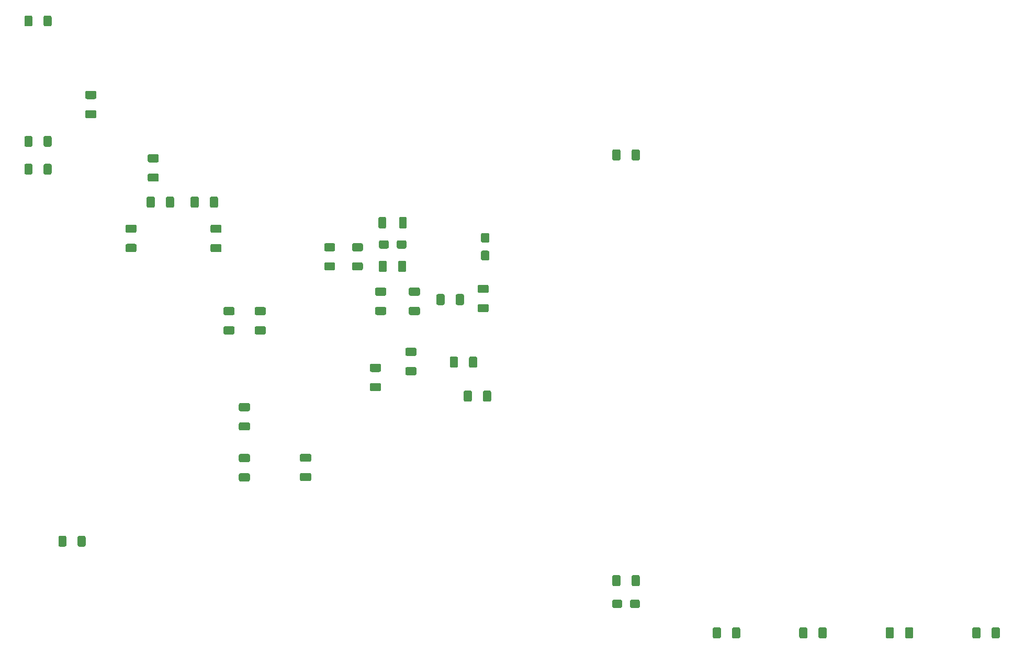
<source format=gbr>
%TF.GenerationSoftware,KiCad,Pcbnew,(5.1.7)-1*%
%TF.CreationDate,2021-04-16T09:21:30+09:00*%
%TF.ProjectId,EEG_Ver1.0A,4545475f-5665-4723-912e-30412e6b6963,Ver1.0A*%
%TF.SameCoordinates,Original*%
%TF.FileFunction,Paste,Bot*%
%TF.FilePolarity,Positive*%
%FSLAX46Y46*%
G04 Gerber Fmt 4.6, Leading zero omitted, Abs format (unit mm)*
G04 Created by KiCad (PCBNEW (5.1.7)-1) date 2021-04-16 09:21:30*
%MOMM*%
%LPD*%
G01*
G04 APERTURE LIST*
G04 APERTURE END LIST*
%TO.C,C6*%
G36*
G01*
X194000000Y-137449999D02*
X194000000Y-138750001D01*
G75*
G02*
X193750001Y-139000000I-249999J0D01*
G01*
X192924999Y-139000000D01*
G75*
G02*
X192675000Y-138750001I0J249999D01*
G01*
X192675000Y-137449999D01*
G75*
G02*
X192924999Y-137200000I249999J0D01*
G01*
X193750001Y-137200000D01*
G75*
G02*
X194000000Y-137449999I0J-249999D01*
G01*
G37*
G36*
G01*
X197125000Y-137449999D02*
X197125000Y-138750001D01*
G75*
G02*
X196875001Y-139000000I-249999J0D01*
G01*
X196049999Y-139000000D01*
G75*
G02*
X195800000Y-138750001I0J249999D01*
G01*
X195800000Y-137449999D01*
G75*
G02*
X196049999Y-137200000I249999J0D01*
G01*
X196875001Y-137200000D01*
G75*
G02*
X197125000Y-137449999I0J-249999D01*
G01*
G37*
%TD*%
%TO.C,C7*%
G36*
G01*
X208000000Y-137449999D02*
X208000000Y-138750001D01*
G75*
G02*
X207750001Y-139000000I-249999J0D01*
G01*
X206924999Y-139000000D01*
G75*
G02*
X206675000Y-138750001I0J249999D01*
G01*
X206675000Y-137449999D01*
G75*
G02*
X206924999Y-137200000I249999J0D01*
G01*
X207750001Y-137200000D01*
G75*
G02*
X208000000Y-137449999I0J-249999D01*
G01*
G37*
G36*
G01*
X211125000Y-137449999D02*
X211125000Y-138750001D01*
G75*
G02*
X210875001Y-139000000I-249999J0D01*
G01*
X210049999Y-139000000D01*
G75*
G02*
X209800000Y-138750001I0J249999D01*
G01*
X209800000Y-137449999D01*
G75*
G02*
X210049999Y-137200000I249999J0D01*
G01*
X210875001Y-137200000D01*
G75*
G02*
X211125000Y-137449999I0J-249999D01*
G01*
G37*
%TD*%
%TO.C,C8*%
G36*
G01*
X222000000Y-137449999D02*
X222000000Y-138750001D01*
G75*
G02*
X221750001Y-139000000I-249999J0D01*
G01*
X220924999Y-139000000D01*
G75*
G02*
X220675000Y-138750001I0J249999D01*
G01*
X220675000Y-137449999D01*
G75*
G02*
X220924999Y-137200000I249999J0D01*
G01*
X221750001Y-137200000D01*
G75*
G02*
X222000000Y-137449999I0J-249999D01*
G01*
G37*
G36*
G01*
X225125000Y-137449999D02*
X225125000Y-138750001D01*
G75*
G02*
X224875001Y-139000000I-249999J0D01*
G01*
X224049999Y-139000000D01*
G75*
G02*
X223800000Y-138750001I0J249999D01*
G01*
X223800000Y-137449999D01*
G75*
G02*
X224049999Y-137200000I249999J0D01*
G01*
X224875001Y-137200000D01*
G75*
G02*
X225125000Y-137449999I0J-249999D01*
G01*
G37*
%TD*%
%TO.C,C9*%
G36*
G01*
X239125000Y-137449999D02*
X239125000Y-138750001D01*
G75*
G02*
X238875001Y-139000000I-249999J0D01*
G01*
X238049999Y-139000000D01*
G75*
G02*
X237800000Y-138750001I0J249999D01*
G01*
X237800000Y-137449999D01*
G75*
G02*
X238049999Y-137200000I249999J0D01*
G01*
X238875001Y-137200000D01*
G75*
G02*
X239125000Y-137449999I0J-249999D01*
G01*
G37*
G36*
G01*
X236000000Y-137449999D02*
X236000000Y-138750001D01*
G75*
G02*
X235750001Y-139000000I-249999J0D01*
G01*
X234924999Y-139000000D01*
G75*
G02*
X234675000Y-138750001I0J249999D01*
G01*
X234675000Y-137449999D01*
G75*
G02*
X234924999Y-137200000I249999J0D01*
G01*
X235750001Y-137200000D01*
G75*
G02*
X236000000Y-137449999I0J-249999D01*
G01*
G37*
%TD*%
%TO.C,C11*%
G36*
G01*
X155424999Y-76200000D02*
X156275001Y-76200000D01*
G75*
G02*
X156525000Y-76449999I0J-249999D01*
G01*
X156525000Y-77525001D01*
G75*
G02*
X156275001Y-77775000I-249999J0D01*
G01*
X155424999Y-77775000D01*
G75*
G02*
X155175000Y-77525001I0J249999D01*
G01*
X155175000Y-76449999D01*
G75*
G02*
X155424999Y-76200000I249999J0D01*
G01*
G37*
G36*
G01*
X155424999Y-73325000D02*
X156275001Y-73325000D01*
G75*
G02*
X156525000Y-73574999I0J-249999D01*
G01*
X156525000Y-74650001D01*
G75*
G02*
X156275001Y-74900000I-249999J0D01*
G01*
X155424999Y-74900000D01*
G75*
G02*
X155175000Y-74650001I0J249999D01*
G01*
X155175000Y-73574999D01*
G75*
G02*
X155424999Y-73325000I249999J0D01*
G01*
G37*
%TD*%
%TO.C,C12*%
G36*
G01*
X151100000Y-84770001D02*
X151100000Y-83469999D01*
G75*
G02*
X151349999Y-83220000I249999J0D01*
G01*
X152175001Y-83220000D01*
G75*
G02*
X152425000Y-83469999I0J-249999D01*
G01*
X152425000Y-84770001D01*
G75*
G02*
X152175001Y-85020000I-249999J0D01*
G01*
X151349999Y-85020000D01*
G75*
G02*
X151100000Y-84770001I0J249999D01*
G01*
G37*
G36*
G01*
X147975000Y-84770001D02*
X147975000Y-83469999D01*
G75*
G02*
X148224999Y-83220000I249999J0D01*
G01*
X149050001Y-83220000D01*
G75*
G02*
X149300000Y-83469999I0J-249999D01*
G01*
X149300000Y-84770001D01*
G75*
G02*
X149050001Y-85020000I-249999J0D01*
G01*
X148224999Y-85020000D01*
G75*
G02*
X147975000Y-84770001I0J249999D01*
G01*
G37*
%TD*%
%TO.C,C13*%
G36*
G01*
X143749999Y-82175000D02*
X145050001Y-82175000D01*
G75*
G02*
X145300000Y-82424999I0J-249999D01*
G01*
X145300000Y-83250001D01*
G75*
G02*
X145050001Y-83500000I-249999J0D01*
G01*
X143749999Y-83500000D01*
G75*
G02*
X143500000Y-83250001I0J249999D01*
G01*
X143500000Y-82424999D01*
G75*
G02*
X143749999Y-82175000I249999J0D01*
G01*
G37*
G36*
G01*
X143749999Y-85300000D02*
X145050001Y-85300000D01*
G75*
G02*
X145300000Y-85549999I0J-249999D01*
G01*
X145300000Y-86375001D01*
G75*
G02*
X145050001Y-86625000I-249999J0D01*
G01*
X143749999Y-86625000D01*
G75*
G02*
X143500000Y-86375001I0J249999D01*
G01*
X143500000Y-85549999D01*
G75*
G02*
X143749999Y-85300000I249999J0D01*
G01*
G37*
%TD*%
%TO.C,C14*%
G36*
G01*
X139600001Y-83500000D02*
X138299999Y-83500000D01*
G75*
G02*
X138050000Y-83250001I0J249999D01*
G01*
X138050000Y-82424999D01*
G75*
G02*
X138299999Y-82175000I249999J0D01*
G01*
X139600001Y-82175000D01*
G75*
G02*
X139850000Y-82424999I0J-249999D01*
G01*
X139850000Y-83250001D01*
G75*
G02*
X139600001Y-83500000I-249999J0D01*
G01*
G37*
G36*
G01*
X139600001Y-86625000D02*
X138299999Y-86625000D01*
G75*
G02*
X138050000Y-86375001I0J249999D01*
G01*
X138050000Y-85549999D01*
G75*
G02*
X138299999Y-85300000I249999J0D01*
G01*
X139600001Y-85300000D01*
G75*
G02*
X139850000Y-85549999I0J-249999D01*
G01*
X139850000Y-86375001D01*
G75*
G02*
X139600001Y-86625000I-249999J0D01*
G01*
G37*
%TD*%
%TO.C,C16*%
G36*
G01*
X144500001Y-93250000D02*
X143199999Y-93250000D01*
G75*
G02*
X142950000Y-93000001I0J249999D01*
G01*
X142950000Y-92174999D01*
G75*
G02*
X143199999Y-91925000I249999J0D01*
G01*
X144500001Y-91925000D01*
G75*
G02*
X144750000Y-92174999I0J-249999D01*
G01*
X144750000Y-93000001D01*
G75*
G02*
X144500001Y-93250000I-249999J0D01*
G01*
G37*
G36*
G01*
X144500001Y-96375000D02*
X143199999Y-96375000D01*
G75*
G02*
X142950000Y-96125001I0J249999D01*
G01*
X142950000Y-95299999D01*
G75*
G02*
X143199999Y-95050000I249999J0D01*
G01*
X144500001Y-95050000D01*
G75*
G02*
X144750000Y-95299999I0J-249999D01*
G01*
X144750000Y-96125001D01*
G75*
G02*
X144500001Y-96375000I-249999J0D01*
G01*
G37*
%TD*%
%TO.C,C17*%
G36*
G01*
X153700000Y-99099999D02*
X153700000Y-100400001D01*
G75*
G02*
X153450001Y-100650000I-249999J0D01*
G01*
X152624999Y-100650000D01*
G75*
G02*
X152375000Y-100400001I0J249999D01*
G01*
X152375000Y-99099999D01*
G75*
G02*
X152624999Y-98850000I249999J0D01*
G01*
X153450001Y-98850000D01*
G75*
G02*
X153700000Y-99099999I0J-249999D01*
G01*
G37*
G36*
G01*
X156825000Y-99099999D02*
X156825000Y-100400001D01*
G75*
G02*
X156575001Y-100650000I-249999J0D01*
G01*
X155749999Y-100650000D01*
G75*
G02*
X155500000Y-100400001I0J249999D01*
G01*
X155500000Y-99099999D01*
G75*
G02*
X155749999Y-98850000I249999J0D01*
G01*
X156575001Y-98850000D01*
G75*
G02*
X156825000Y-99099999I0J-249999D01*
G01*
G37*
%TD*%
%TO.C,C18*%
G36*
G01*
X154879999Y-81725000D02*
X156180001Y-81725000D01*
G75*
G02*
X156430000Y-81974999I0J-249999D01*
G01*
X156430000Y-82800001D01*
G75*
G02*
X156180001Y-83050000I-249999J0D01*
G01*
X154879999Y-83050000D01*
G75*
G02*
X154630000Y-82800001I0J249999D01*
G01*
X154630000Y-81974999D01*
G75*
G02*
X154879999Y-81725000I249999J0D01*
G01*
G37*
G36*
G01*
X154879999Y-84850000D02*
X156180001Y-84850000D01*
G75*
G02*
X156430000Y-85099999I0J-249999D01*
G01*
X156430000Y-85925001D01*
G75*
G02*
X156180001Y-86175000I-249999J0D01*
G01*
X154879999Y-86175000D01*
G75*
G02*
X154630000Y-85925001I0J249999D01*
G01*
X154630000Y-85099999D01*
G75*
G02*
X154879999Y-84850000I249999J0D01*
G01*
G37*
%TD*%
%TO.C,C21*%
G36*
G01*
X137449999Y-97650000D02*
X138750001Y-97650000D01*
G75*
G02*
X139000000Y-97899999I0J-249999D01*
G01*
X139000000Y-98725001D01*
G75*
G02*
X138750001Y-98975000I-249999J0D01*
G01*
X137449999Y-98975000D01*
G75*
G02*
X137200000Y-98725001I0J249999D01*
G01*
X137200000Y-97899999D01*
G75*
G02*
X137449999Y-97650000I249999J0D01*
G01*
G37*
G36*
G01*
X137449999Y-94525000D02*
X138750001Y-94525000D01*
G75*
G02*
X139000000Y-94774999I0J-249999D01*
G01*
X139000000Y-95600001D01*
G75*
G02*
X138750001Y-95850000I-249999J0D01*
G01*
X137449999Y-95850000D01*
G75*
G02*
X137200000Y-95600001I0J249999D01*
G01*
X137200000Y-94774999D01*
G75*
G02*
X137449999Y-94525000I249999J0D01*
G01*
G37*
%TD*%
%TO.C,C22*%
G36*
G01*
X154575000Y-93599999D02*
X154575000Y-94900001D01*
G75*
G02*
X154325001Y-95150000I-249999J0D01*
G01*
X153499999Y-95150000D01*
G75*
G02*
X153250000Y-94900001I0J249999D01*
G01*
X153250000Y-93599999D01*
G75*
G02*
X153499999Y-93350000I249999J0D01*
G01*
X154325001Y-93350000D01*
G75*
G02*
X154575000Y-93599999I0J-249999D01*
G01*
G37*
G36*
G01*
X151450000Y-93599999D02*
X151450000Y-94900001D01*
G75*
G02*
X151200001Y-95150000I-249999J0D01*
G01*
X150374999Y-95150000D01*
G75*
G02*
X150125000Y-94900001I0J249999D01*
G01*
X150125000Y-93599999D01*
G75*
G02*
X150374999Y-93350000I249999J0D01*
G01*
X151200001Y-93350000D01*
G75*
G02*
X151450000Y-93599999I0J-249999D01*
G01*
G37*
%TD*%
%TO.C,C23*%
G36*
G01*
X139950000Y-78099999D02*
X139950000Y-79400001D01*
G75*
G02*
X139700001Y-79650000I-249999J0D01*
G01*
X138874999Y-79650000D01*
G75*
G02*
X138625000Y-79400001I0J249999D01*
G01*
X138625000Y-78099999D01*
G75*
G02*
X138874999Y-77850000I249999J0D01*
G01*
X139700001Y-77850000D01*
G75*
G02*
X139950000Y-78099999I0J-249999D01*
G01*
G37*
G36*
G01*
X143075000Y-78099999D02*
X143075000Y-79400001D01*
G75*
G02*
X142825001Y-79650000I-249999J0D01*
G01*
X141999999Y-79650000D01*
G75*
G02*
X141750000Y-79400001I0J249999D01*
G01*
X141750000Y-78099999D01*
G75*
G02*
X141999999Y-77850000I249999J0D01*
G01*
X142825001Y-77850000D01*
G75*
G02*
X143075000Y-78099999I0J-249999D01*
G01*
G37*
%TD*%
%TO.C,C24*%
G36*
G01*
X140250000Y-74774999D02*
X140250000Y-75625001D01*
G75*
G02*
X140000001Y-75875000I-249999J0D01*
G01*
X138924999Y-75875000D01*
G75*
G02*
X138675000Y-75625001I0J249999D01*
G01*
X138675000Y-74774999D01*
G75*
G02*
X138924999Y-74525000I249999J0D01*
G01*
X140000001Y-74525000D01*
G75*
G02*
X140250000Y-74774999I0J-249999D01*
G01*
G37*
G36*
G01*
X143125000Y-74774999D02*
X143125000Y-75625001D01*
G75*
G02*
X142875001Y-75875000I-249999J0D01*
G01*
X141799999Y-75875000D01*
G75*
G02*
X141550000Y-75625001I0J249999D01*
G01*
X141550000Y-74774999D01*
G75*
G02*
X141799999Y-74525000I249999J0D01*
G01*
X142875001Y-74525000D01*
G75*
G02*
X143125000Y-74774999I0J-249999D01*
G01*
G37*
%TD*%
%TO.C,C26*%
G36*
G01*
X176425000Y-133825001D02*
X176425000Y-132974999D01*
G75*
G02*
X176674999Y-132725000I249999J0D01*
G01*
X177750001Y-132725000D01*
G75*
G02*
X178000000Y-132974999I0J-249999D01*
G01*
X178000000Y-133825001D01*
G75*
G02*
X177750001Y-134075000I-249999J0D01*
G01*
X176674999Y-134075000D01*
G75*
G02*
X176425000Y-133825001I0J249999D01*
G01*
G37*
G36*
G01*
X179300000Y-133825001D02*
X179300000Y-132974999D01*
G75*
G02*
X179549999Y-132725000I249999J0D01*
G01*
X180625001Y-132725000D01*
G75*
G02*
X180875000Y-132974999I0J-249999D01*
G01*
X180875000Y-133825001D01*
G75*
G02*
X180625001Y-134075000I-249999J0D01*
G01*
X179549999Y-134075000D01*
G75*
G02*
X179300000Y-133825001I0J249999D01*
G01*
G37*
%TD*%
%TO.C,C27*%
G36*
G01*
X176425000Y-61350001D02*
X176425000Y-60049999D01*
G75*
G02*
X176674999Y-59800000I249999J0D01*
G01*
X177500001Y-59800000D01*
G75*
G02*
X177750000Y-60049999I0J-249999D01*
G01*
X177750000Y-61350001D01*
G75*
G02*
X177500001Y-61600000I-249999J0D01*
G01*
X176674999Y-61600000D01*
G75*
G02*
X176425000Y-61350001I0J249999D01*
G01*
G37*
G36*
G01*
X179550000Y-61350001D02*
X179550000Y-60049999D01*
G75*
G02*
X179799999Y-59800000I249999J0D01*
G01*
X180625001Y-59800000D01*
G75*
G02*
X180875000Y-60049999I0J-249999D01*
G01*
X180875000Y-61350001D01*
G75*
G02*
X180625001Y-61600000I-249999J0D01*
G01*
X179799999Y-61600000D01*
G75*
G02*
X179550000Y-61350001I0J249999D01*
G01*
G37*
%TD*%
%TO.C,C28*%
G36*
G01*
X179550000Y-130290001D02*
X179550000Y-128989999D01*
G75*
G02*
X179799999Y-128740000I249999J0D01*
G01*
X180625001Y-128740000D01*
G75*
G02*
X180875000Y-128989999I0J-249999D01*
G01*
X180875000Y-130290001D01*
G75*
G02*
X180625001Y-130540000I-249999J0D01*
G01*
X179799999Y-130540000D01*
G75*
G02*
X179550000Y-130290001I0J249999D01*
G01*
G37*
G36*
G01*
X176425000Y-130290001D02*
X176425000Y-128989999D01*
G75*
G02*
X176674999Y-128740000I249999J0D01*
G01*
X177500001Y-128740000D01*
G75*
G02*
X177750000Y-128989999I0J-249999D01*
G01*
X177750000Y-130290001D01*
G75*
G02*
X177500001Y-130540000I-249999J0D01*
G01*
X176674999Y-130540000D01*
G75*
G02*
X176425000Y-130290001I0J249999D01*
G01*
G37*
%TD*%
%TO.C,C37*%
G36*
G01*
X102800001Y-61900000D02*
X101499999Y-61900000D01*
G75*
G02*
X101250000Y-61650001I0J249999D01*
G01*
X101250000Y-60824999D01*
G75*
G02*
X101499999Y-60575000I249999J0D01*
G01*
X102800001Y-60575000D01*
G75*
G02*
X103050000Y-60824999I0J-249999D01*
G01*
X103050000Y-61650001D01*
G75*
G02*
X102800001Y-61900000I-249999J0D01*
G01*
G37*
G36*
G01*
X102800001Y-65025000D02*
X101499999Y-65025000D01*
G75*
G02*
X101250000Y-64775001I0J249999D01*
G01*
X101250000Y-63949999D01*
G75*
G02*
X101499999Y-63700000I249999J0D01*
G01*
X102800001Y-63700000D01*
G75*
G02*
X103050000Y-63949999I0J-249999D01*
G01*
X103050000Y-64775001D01*
G75*
G02*
X102800001Y-65025000I-249999J0D01*
G01*
G37*
%TD*%
%TO.C,C40*%
G36*
G01*
X105525000Y-67699999D02*
X105525000Y-69000001D01*
G75*
G02*
X105275001Y-69250000I-249999J0D01*
G01*
X104449999Y-69250000D01*
G75*
G02*
X104200000Y-69000001I0J249999D01*
G01*
X104200000Y-67699999D01*
G75*
G02*
X104449999Y-67450000I249999J0D01*
G01*
X105275001Y-67450000D01*
G75*
G02*
X105525000Y-67699999I0J-249999D01*
G01*
G37*
G36*
G01*
X102400000Y-67699999D02*
X102400000Y-69000001D01*
G75*
G02*
X102150001Y-69250000I-249999J0D01*
G01*
X101324999Y-69250000D01*
G75*
G02*
X101075000Y-69000001I0J249999D01*
G01*
X101075000Y-67699999D01*
G75*
G02*
X101324999Y-67450000I249999J0D01*
G01*
X102150001Y-67450000D01*
G75*
G02*
X102400000Y-67699999I0J-249999D01*
G01*
G37*
%TD*%
%TO.C,C41*%
G36*
G01*
X112637500Y-67699999D02*
X112637500Y-69000001D01*
G75*
G02*
X112387501Y-69250000I-249999J0D01*
G01*
X111562499Y-69250000D01*
G75*
G02*
X111312500Y-69000001I0J249999D01*
G01*
X111312500Y-67699999D01*
G75*
G02*
X111562499Y-67450000I249999J0D01*
G01*
X112387501Y-67450000D01*
G75*
G02*
X112637500Y-67699999I0J-249999D01*
G01*
G37*
G36*
G01*
X109512500Y-67699999D02*
X109512500Y-69000001D01*
G75*
G02*
X109262501Y-69250000I-249999J0D01*
G01*
X108437499Y-69250000D01*
G75*
G02*
X108187500Y-69000001I0J249999D01*
G01*
X108187500Y-67699999D01*
G75*
G02*
X108437499Y-67450000I249999J0D01*
G01*
X109262501Y-67450000D01*
G75*
G02*
X109512500Y-67699999I0J-249999D01*
G01*
G37*
%TD*%
%TO.C,C46*%
G36*
G01*
X118799999Y-88450000D02*
X120100001Y-88450000D01*
G75*
G02*
X120350000Y-88699999I0J-249999D01*
G01*
X120350000Y-89525001D01*
G75*
G02*
X120100001Y-89775000I-249999J0D01*
G01*
X118799999Y-89775000D01*
G75*
G02*
X118550000Y-89525001I0J249999D01*
G01*
X118550000Y-88699999D01*
G75*
G02*
X118799999Y-88450000I249999J0D01*
G01*
G37*
G36*
G01*
X118799999Y-85325000D02*
X120100001Y-85325000D01*
G75*
G02*
X120350000Y-85574999I0J-249999D01*
G01*
X120350000Y-86400001D01*
G75*
G02*
X120100001Y-86650000I-249999J0D01*
G01*
X118799999Y-86650000D01*
G75*
G02*
X118550000Y-86400001I0J249999D01*
G01*
X118550000Y-85574999D01*
G75*
G02*
X118799999Y-85325000I249999J0D01*
G01*
G37*
%TD*%
%TO.C,C47*%
G36*
G01*
X115050001Y-89775000D02*
X113749999Y-89775000D01*
G75*
G02*
X113500000Y-89525001I0J249999D01*
G01*
X113500000Y-88699999D01*
G75*
G02*
X113749999Y-88450000I249999J0D01*
G01*
X115050001Y-88450000D01*
G75*
G02*
X115300000Y-88699999I0J-249999D01*
G01*
X115300000Y-89525001D01*
G75*
G02*
X115050001Y-89775000I-249999J0D01*
G01*
G37*
G36*
G01*
X115050001Y-86650000D02*
X113749999Y-86650000D01*
G75*
G02*
X113500000Y-86400001I0J249999D01*
G01*
X113500000Y-85574999D01*
G75*
G02*
X113749999Y-85325000I249999J0D01*
G01*
X115050001Y-85325000D01*
G75*
G02*
X115300000Y-85574999I0J-249999D01*
G01*
X115300000Y-86400001D01*
G75*
G02*
X115050001Y-86650000I-249999J0D01*
G01*
G37*
%TD*%
%TO.C,C48*%
G36*
G01*
X116249999Y-104000000D02*
X117550001Y-104000000D01*
G75*
G02*
X117800000Y-104249999I0J-249999D01*
G01*
X117800000Y-105075001D01*
G75*
G02*
X117550001Y-105325000I-249999J0D01*
G01*
X116249999Y-105325000D01*
G75*
G02*
X116000000Y-105075001I0J249999D01*
G01*
X116000000Y-104249999D01*
G75*
G02*
X116249999Y-104000000I249999J0D01*
G01*
G37*
G36*
G01*
X116249999Y-100875000D02*
X117550001Y-100875000D01*
G75*
G02*
X117800000Y-101124999I0J-249999D01*
G01*
X117800000Y-101950001D01*
G75*
G02*
X117550001Y-102200000I-249999J0D01*
G01*
X116249999Y-102200000D01*
G75*
G02*
X116000000Y-101950001I0J249999D01*
G01*
X116000000Y-101124999D01*
G75*
G02*
X116249999Y-100875000I249999J0D01*
G01*
G37*
%TD*%
%TO.C,C49*%
G36*
G01*
X116249999Y-109125000D02*
X117550001Y-109125000D01*
G75*
G02*
X117800000Y-109374999I0J-249999D01*
G01*
X117800000Y-110200001D01*
G75*
G02*
X117550001Y-110450000I-249999J0D01*
G01*
X116249999Y-110450000D01*
G75*
G02*
X116000000Y-110200001I0J249999D01*
G01*
X116000000Y-109374999D01*
G75*
G02*
X116249999Y-109125000I249999J0D01*
G01*
G37*
G36*
G01*
X116249999Y-112250000D02*
X117550001Y-112250000D01*
G75*
G02*
X117800000Y-112499999I0J-249999D01*
G01*
X117800000Y-113325001D01*
G75*
G02*
X117550001Y-113575000I-249999J0D01*
G01*
X116249999Y-113575000D01*
G75*
G02*
X116000000Y-113325001I0J249999D01*
G01*
X116000000Y-112499999D01*
G75*
G02*
X116249999Y-112250000I249999J0D01*
G01*
G37*
%TD*%
%TO.C,C50*%
G36*
G01*
X126149999Y-112200000D02*
X127450001Y-112200000D01*
G75*
G02*
X127700000Y-112449999I0J-249999D01*
G01*
X127700000Y-113275001D01*
G75*
G02*
X127450001Y-113525000I-249999J0D01*
G01*
X126149999Y-113525000D01*
G75*
G02*
X125900000Y-113275001I0J249999D01*
G01*
X125900000Y-112449999D01*
G75*
G02*
X126149999Y-112200000I249999J0D01*
G01*
G37*
G36*
G01*
X126150425Y-109075000D02*
X127449575Y-109075000D01*
G75*
G02*
X127700000Y-109325425I0J-250425D01*
G01*
X127700000Y-110149575D01*
G75*
G02*
X127449575Y-110400000I-250425J0D01*
G01*
X126150425Y-110400000D01*
G75*
G02*
X125900000Y-110149575I0J250425D01*
G01*
X125900000Y-109325425D01*
G75*
G02*
X126150425Y-109075000I250425J0D01*
G01*
G37*
%TD*%
%TO.C,C55*%
G36*
G01*
X112950001Y-73320000D02*
X111649999Y-73320000D01*
G75*
G02*
X111400000Y-73070001I0J249999D01*
G01*
X111400000Y-72244999D01*
G75*
G02*
X111649999Y-71995000I249999J0D01*
G01*
X112950001Y-71995000D01*
G75*
G02*
X113200000Y-72244999I0J-249999D01*
G01*
X113200000Y-73070001D01*
G75*
G02*
X112950001Y-73320000I-249999J0D01*
G01*
G37*
G36*
G01*
X112950001Y-76445000D02*
X111649999Y-76445000D01*
G75*
G02*
X111400000Y-76195001I0J249999D01*
G01*
X111400000Y-75369999D01*
G75*
G02*
X111649999Y-75120000I249999J0D01*
G01*
X112950001Y-75120000D01*
G75*
G02*
X113200000Y-75369999I0J-249999D01*
G01*
X113200000Y-76195001D01*
G75*
G02*
X112950001Y-76445000I-249999J0D01*
G01*
G37*
%TD*%
%TO.C,C56*%
G36*
G01*
X97899999Y-75100000D02*
X99200001Y-75100000D01*
G75*
G02*
X99450000Y-75349999I0J-249999D01*
G01*
X99450000Y-76175001D01*
G75*
G02*
X99200001Y-76425000I-249999J0D01*
G01*
X97899999Y-76425000D01*
G75*
G02*
X97650000Y-76175001I0J249999D01*
G01*
X97650000Y-75349999D01*
G75*
G02*
X97899999Y-75100000I249999J0D01*
G01*
G37*
G36*
G01*
X97899999Y-71975000D02*
X99200001Y-71975000D01*
G75*
G02*
X99450000Y-72224999I0J-249999D01*
G01*
X99450000Y-73050001D01*
G75*
G02*
X99200001Y-73300000I-249999J0D01*
G01*
X97899999Y-73300000D01*
G75*
G02*
X97650000Y-73050001I0J249999D01*
G01*
X97650000Y-72224999D01*
G75*
G02*
X97899999Y-71975000I249999J0D01*
G01*
G37*
%TD*%
%TO.C,C65*%
G36*
G01*
X91399999Y-53450000D02*
X92700001Y-53450000D01*
G75*
G02*
X92950000Y-53699999I0J-249999D01*
G01*
X92950000Y-54525001D01*
G75*
G02*
X92700001Y-54775000I-249999J0D01*
G01*
X91399999Y-54775000D01*
G75*
G02*
X91150000Y-54525001I0J249999D01*
G01*
X91150000Y-53699999D01*
G75*
G02*
X91399999Y-53450000I249999J0D01*
G01*
G37*
G36*
G01*
X91399999Y-50325000D02*
X92700001Y-50325000D01*
G75*
G02*
X92950000Y-50574999I0J-249999D01*
G01*
X92950000Y-51400001D01*
G75*
G02*
X92700001Y-51650000I-249999J0D01*
G01*
X91399999Y-51650000D01*
G75*
G02*
X91150000Y-51400001I0J249999D01*
G01*
X91150000Y-50574999D01*
G75*
G02*
X91399999Y-50325000I249999J0D01*
G01*
G37*
%TD*%
%TO.C,L1*%
G36*
G01*
X143150000Y-70975000D02*
X143150000Y-72375000D01*
G75*
G02*
X142900000Y-72625000I-250000J0D01*
G01*
X142175000Y-72625000D01*
G75*
G02*
X141925000Y-72375000I0J250000D01*
G01*
X141925000Y-70975000D01*
G75*
G02*
X142175000Y-70725000I250000J0D01*
G01*
X142900000Y-70725000D01*
G75*
G02*
X143150000Y-70975000I0J-250000D01*
G01*
G37*
G36*
G01*
X139825000Y-70975000D02*
X139825000Y-72375000D01*
G75*
G02*
X139575000Y-72625000I-250000J0D01*
G01*
X138850000Y-72625000D01*
G75*
G02*
X138600000Y-72375000I0J250000D01*
G01*
X138600000Y-70975000D01*
G75*
G02*
X138850000Y-70725000I250000J0D01*
G01*
X139575000Y-70725000D01*
G75*
G02*
X139825000Y-70975000I0J-250000D01*
G01*
G37*
%TD*%
%TO.C,R9*%
G36*
G01*
X130075000Y-78100000D02*
X131325000Y-78100000D01*
G75*
G02*
X131575000Y-78350000I0J-250000D01*
G01*
X131575000Y-79150000D01*
G75*
G02*
X131325000Y-79400000I-250000J0D01*
G01*
X130075000Y-79400000D01*
G75*
G02*
X129825000Y-79150000I0J250000D01*
G01*
X129825000Y-78350000D01*
G75*
G02*
X130075000Y-78100000I250000J0D01*
G01*
G37*
G36*
G01*
X130075000Y-75000000D02*
X131325000Y-75000000D01*
G75*
G02*
X131575000Y-75250000I0J-250000D01*
G01*
X131575000Y-76050000D01*
G75*
G02*
X131325000Y-76300000I-250000J0D01*
G01*
X130075000Y-76300000D01*
G75*
G02*
X129825000Y-76050000I0J250000D01*
G01*
X129825000Y-75250000D01*
G75*
G02*
X130075000Y-75000000I250000J0D01*
G01*
G37*
%TD*%
%TO.C,R10*%
G36*
G01*
X134575000Y-75000000D02*
X135825000Y-75000000D01*
G75*
G02*
X136075000Y-75250000I0J-250000D01*
G01*
X136075000Y-76050000D01*
G75*
G02*
X135825000Y-76300000I-250000J0D01*
G01*
X134575000Y-76300000D01*
G75*
G02*
X134325000Y-76050000I0J250000D01*
G01*
X134325000Y-75250000D01*
G75*
G02*
X134575000Y-75000000I250000J0D01*
G01*
G37*
G36*
G01*
X134575000Y-78100000D02*
X135825000Y-78100000D01*
G75*
G02*
X136075000Y-78350000I0J-250000D01*
G01*
X136075000Y-79150000D01*
G75*
G02*
X135825000Y-79400000I-250000J0D01*
G01*
X134575000Y-79400000D01*
G75*
G02*
X134325000Y-79150000I0J250000D01*
G01*
X134325000Y-78350000D01*
G75*
G02*
X134575000Y-78100000I250000J0D01*
G01*
G37*
%TD*%
%TO.C,R20*%
G36*
G01*
X86800000Y-123875000D02*
X86800000Y-122625000D01*
G75*
G02*
X87050000Y-122375000I250000J0D01*
G01*
X87850000Y-122375000D01*
G75*
G02*
X88100000Y-122625000I0J-250000D01*
G01*
X88100000Y-123875000D01*
G75*
G02*
X87850000Y-124125000I-250000J0D01*
G01*
X87050000Y-124125000D01*
G75*
G02*
X86800000Y-123875000I0J250000D01*
G01*
G37*
G36*
G01*
X89900000Y-123875000D02*
X89900000Y-122625000D01*
G75*
G02*
X90150000Y-122375000I250000J0D01*
G01*
X90950000Y-122375000D01*
G75*
G02*
X91200000Y-122625000I0J-250000D01*
G01*
X91200000Y-123875000D01*
G75*
G02*
X90950000Y-124125000I-250000J0D01*
G01*
X90150000Y-124125000D01*
G75*
G02*
X89900000Y-123875000I0J250000D01*
G01*
G37*
%TD*%
%TO.C,R62*%
G36*
G01*
X84400000Y-39625000D02*
X84400000Y-38375000D01*
G75*
G02*
X84650000Y-38125000I250000J0D01*
G01*
X85450000Y-38125000D01*
G75*
G02*
X85700000Y-38375000I0J-250000D01*
G01*
X85700000Y-39625000D01*
G75*
G02*
X85450000Y-39875000I-250000J0D01*
G01*
X84650000Y-39875000D01*
G75*
G02*
X84400000Y-39625000I0J250000D01*
G01*
G37*
G36*
G01*
X81300000Y-39625000D02*
X81300000Y-38375000D01*
G75*
G02*
X81550000Y-38125000I250000J0D01*
G01*
X82350000Y-38125000D01*
G75*
G02*
X82600000Y-38375000I0J-250000D01*
G01*
X82600000Y-39625000D01*
G75*
G02*
X82350000Y-39875000I-250000J0D01*
G01*
X81550000Y-39875000D01*
G75*
G02*
X81300000Y-39625000I0J250000D01*
G01*
G37*
%TD*%
%TO.C,R63*%
G36*
G01*
X85700000Y-62375000D02*
X85700000Y-63625000D01*
G75*
G02*
X85450000Y-63875000I-250000J0D01*
G01*
X84650000Y-63875000D01*
G75*
G02*
X84400000Y-63625000I0J250000D01*
G01*
X84400000Y-62375000D01*
G75*
G02*
X84650000Y-62125000I250000J0D01*
G01*
X85450000Y-62125000D01*
G75*
G02*
X85700000Y-62375000I0J-250000D01*
G01*
G37*
G36*
G01*
X82600000Y-62375000D02*
X82600000Y-63625000D01*
G75*
G02*
X82350000Y-63875000I-250000J0D01*
G01*
X81550000Y-63875000D01*
G75*
G02*
X81300000Y-63625000I0J250000D01*
G01*
X81300000Y-62375000D01*
G75*
G02*
X81550000Y-62125000I250000J0D01*
G01*
X82350000Y-62125000D01*
G75*
G02*
X82600000Y-62375000I0J-250000D01*
G01*
G37*
%TD*%
%TO.C,R64*%
G36*
G01*
X82600000Y-57875000D02*
X82600000Y-59125000D01*
G75*
G02*
X82350000Y-59375000I-250000J0D01*
G01*
X81550000Y-59375000D01*
G75*
G02*
X81300000Y-59125000I0J250000D01*
G01*
X81300000Y-57875000D01*
G75*
G02*
X81550000Y-57625000I250000J0D01*
G01*
X82350000Y-57625000D01*
G75*
G02*
X82600000Y-57875000I0J-250000D01*
G01*
G37*
G36*
G01*
X85700000Y-57875000D02*
X85700000Y-59125000D01*
G75*
G02*
X85450000Y-59375000I-250000J0D01*
G01*
X84650000Y-59375000D01*
G75*
G02*
X84400000Y-59125000I0J250000D01*
G01*
X84400000Y-57875000D01*
G75*
G02*
X84650000Y-57625000I250000J0D01*
G01*
X85450000Y-57625000D01*
G75*
G02*
X85700000Y-57875000I0J-250000D01*
G01*
G37*
%TD*%
M02*

</source>
